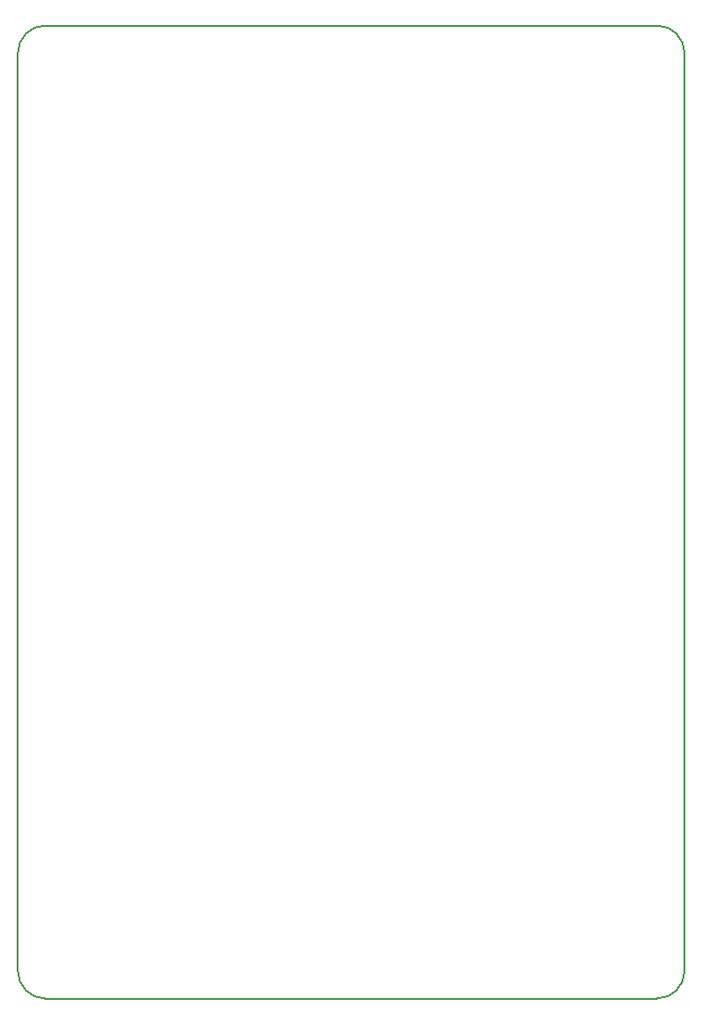
<source format=gbr>
%TF.GenerationSoftware,KiCad,Pcbnew,7.0.10-7.0.10~ubuntu22.04.1*%
%TF.CreationDate,2025-01-30T16:28:09-05:00*%
%TF.ProjectId,board_one_teensy_22,626f6172-645f-46f6-9e65-5f7465656e73,rev?*%
%TF.SameCoordinates,Original*%
%TF.FileFunction,Profile,NP*%
%FSLAX46Y46*%
G04 Gerber Fmt 4.6, Leading zero omitted, Abs format (unit mm)*
G04 Created by KiCad (PCBNEW 7.0.10-7.0.10~ubuntu22.04.1) date 2025-01-30 16:28:09*
%MOMM*%
%LPD*%
G01*
G04 APERTURE LIST*
%TA.AperFunction,Profile*%
%ADD10C,0.200000*%
%TD*%
G04 APERTURE END LIST*
D10*
X168140000Y-136435000D02*
X168140000Y-52615000D01*
X109720000Y-138975000D02*
X165600000Y-138975000D01*
X165600000Y-138975000D02*
G75*
G03*
X168140000Y-136435000I0J2540000D01*
G01*
X107180000Y-52615000D02*
X107180000Y-136435000D01*
X165600000Y-50075000D02*
X109720000Y-50075000D01*
X109720000Y-50075000D02*
G75*
G03*
X107180000Y-52615000I0J-2540000D01*
G01*
X168140000Y-52615000D02*
G75*
G03*
X165600000Y-50075000I-2540000J0D01*
G01*
X107180000Y-136435000D02*
G75*
G03*
X109720000Y-138975000I2540000J0D01*
G01*
M02*

</source>
